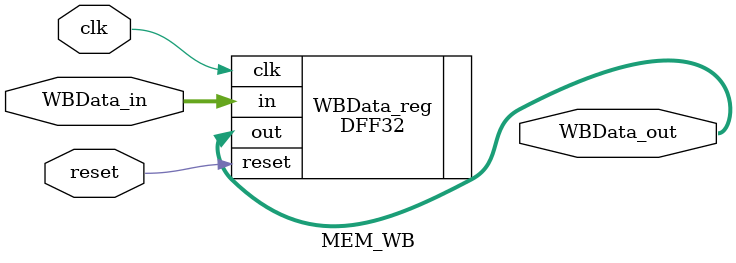
<source format=v>
`timescale 1ns / 1ps

module MEM_WB(
    input clk,
    input reset,
    input [31:0] WBData_in,
    output [31:0] WBData_out
    );

    DFF32 WBData_reg(
        .clk(clk), .reset(reset), 
        .in(WBData_in),
        .out(WBData_out)
    );

endmodule
</source>
